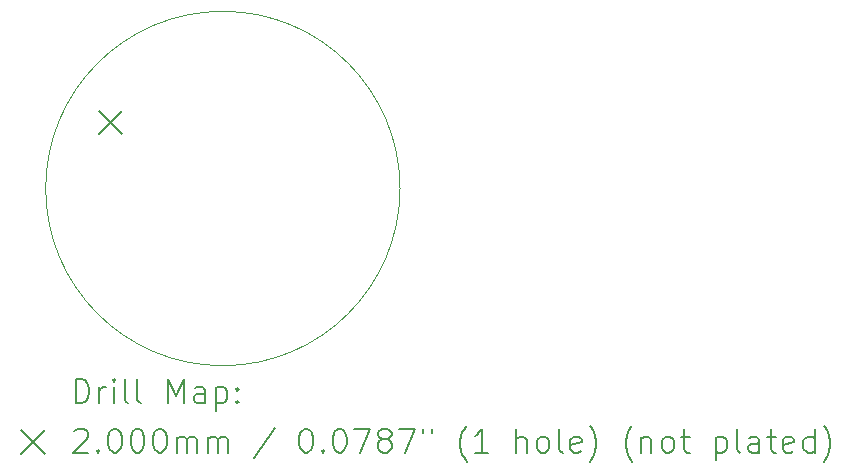
<source format=gbr>
%FSLAX45Y45*%
G04 Gerber Fmt 4.5, Leading zero omitted, Abs format (unit mm)*
G04 Created by KiCad (PCBNEW (6.0.1)) date 2022-03-21 18:16:19*
%MOMM*%
%LPD*%
G01*
G04 APERTURE LIST*
%TA.AperFunction,Profile*%
%ADD10C,0.100000*%
%TD*%
%ADD11C,0.200000*%
G04 APERTURE END LIST*
D10*
X16293000Y-9737179D02*
G75*
G03*
X16293000Y-9737179I-1500000J0D01*
G01*
D11*
X13740500Y-9080000D02*
X13940500Y-9280000D01*
X13940500Y-9080000D02*
X13740500Y-9280000D01*
X13545619Y-11552655D02*
X13545619Y-11352655D01*
X13593238Y-11352655D01*
X13621809Y-11362179D01*
X13640857Y-11381226D01*
X13650381Y-11400274D01*
X13659905Y-11438369D01*
X13659905Y-11466941D01*
X13650381Y-11505036D01*
X13640857Y-11524083D01*
X13621809Y-11543131D01*
X13593238Y-11552655D01*
X13545619Y-11552655D01*
X13745619Y-11552655D02*
X13745619Y-11419322D01*
X13745619Y-11457417D02*
X13755143Y-11438369D01*
X13764667Y-11428845D01*
X13783714Y-11419322D01*
X13802762Y-11419322D01*
X13869428Y-11552655D02*
X13869428Y-11419322D01*
X13869428Y-11352655D02*
X13859905Y-11362179D01*
X13869428Y-11371703D01*
X13878952Y-11362179D01*
X13869428Y-11352655D01*
X13869428Y-11371703D01*
X13993238Y-11552655D02*
X13974190Y-11543131D01*
X13964667Y-11524083D01*
X13964667Y-11352655D01*
X14098000Y-11552655D02*
X14078952Y-11543131D01*
X14069428Y-11524083D01*
X14069428Y-11352655D01*
X14326571Y-11552655D02*
X14326571Y-11352655D01*
X14393238Y-11495512D01*
X14459905Y-11352655D01*
X14459905Y-11552655D01*
X14640857Y-11552655D02*
X14640857Y-11447893D01*
X14631333Y-11428845D01*
X14612286Y-11419322D01*
X14574190Y-11419322D01*
X14555143Y-11428845D01*
X14640857Y-11543131D02*
X14621809Y-11552655D01*
X14574190Y-11552655D01*
X14555143Y-11543131D01*
X14545619Y-11524083D01*
X14545619Y-11505036D01*
X14555143Y-11485988D01*
X14574190Y-11476464D01*
X14621809Y-11476464D01*
X14640857Y-11466941D01*
X14736095Y-11419322D02*
X14736095Y-11619322D01*
X14736095Y-11428845D02*
X14755143Y-11419322D01*
X14793238Y-11419322D01*
X14812286Y-11428845D01*
X14821809Y-11438369D01*
X14831333Y-11457417D01*
X14831333Y-11514560D01*
X14821809Y-11533607D01*
X14812286Y-11543131D01*
X14793238Y-11552655D01*
X14755143Y-11552655D01*
X14736095Y-11543131D01*
X14917048Y-11533607D02*
X14926571Y-11543131D01*
X14917048Y-11552655D01*
X14907524Y-11543131D01*
X14917048Y-11533607D01*
X14917048Y-11552655D01*
X14917048Y-11428845D02*
X14926571Y-11438369D01*
X14917048Y-11447893D01*
X14907524Y-11438369D01*
X14917048Y-11428845D01*
X14917048Y-11447893D01*
X13088000Y-11782179D02*
X13288000Y-11982179D01*
X13288000Y-11782179D02*
X13088000Y-11982179D01*
X13536095Y-11791703D02*
X13545619Y-11782179D01*
X13564667Y-11772655D01*
X13612286Y-11772655D01*
X13631333Y-11782179D01*
X13640857Y-11791703D01*
X13650381Y-11810750D01*
X13650381Y-11829798D01*
X13640857Y-11858369D01*
X13526571Y-11972655D01*
X13650381Y-11972655D01*
X13736095Y-11953607D02*
X13745619Y-11963131D01*
X13736095Y-11972655D01*
X13726571Y-11963131D01*
X13736095Y-11953607D01*
X13736095Y-11972655D01*
X13869428Y-11772655D02*
X13888476Y-11772655D01*
X13907524Y-11782179D01*
X13917048Y-11791703D01*
X13926571Y-11810750D01*
X13936095Y-11848845D01*
X13936095Y-11896464D01*
X13926571Y-11934560D01*
X13917048Y-11953607D01*
X13907524Y-11963131D01*
X13888476Y-11972655D01*
X13869428Y-11972655D01*
X13850381Y-11963131D01*
X13840857Y-11953607D01*
X13831333Y-11934560D01*
X13821809Y-11896464D01*
X13821809Y-11848845D01*
X13831333Y-11810750D01*
X13840857Y-11791703D01*
X13850381Y-11782179D01*
X13869428Y-11772655D01*
X14059905Y-11772655D02*
X14078952Y-11772655D01*
X14098000Y-11782179D01*
X14107524Y-11791703D01*
X14117048Y-11810750D01*
X14126571Y-11848845D01*
X14126571Y-11896464D01*
X14117048Y-11934560D01*
X14107524Y-11953607D01*
X14098000Y-11963131D01*
X14078952Y-11972655D01*
X14059905Y-11972655D01*
X14040857Y-11963131D01*
X14031333Y-11953607D01*
X14021809Y-11934560D01*
X14012286Y-11896464D01*
X14012286Y-11848845D01*
X14021809Y-11810750D01*
X14031333Y-11791703D01*
X14040857Y-11782179D01*
X14059905Y-11772655D01*
X14250381Y-11772655D02*
X14269428Y-11772655D01*
X14288476Y-11782179D01*
X14298000Y-11791703D01*
X14307524Y-11810750D01*
X14317048Y-11848845D01*
X14317048Y-11896464D01*
X14307524Y-11934560D01*
X14298000Y-11953607D01*
X14288476Y-11963131D01*
X14269428Y-11972655D01*
X14250381Y-11972655D01*
X14231333Y-11963131D01*
X14221809Y-11953607D01*
X14212286Y-11934560D01*
X14202762Y-11896464D01*
X14202762Y-11848845D01*
X14212286Y-11810750D01*
X14221809Y-11791703D01*
X14231333Y-11782179D01*
X14250381Y-11772655D01*
X14402762Y-11972655D02*
X14402762Y-11839322D01*
X14402762Y-11858369D02*
X14412286Y-11848845D01*
X14431333Y-11839322D01*
X14459905Y-11839322D01*
X14478952Y-11848845D01*
X14488476Y-11867893D01*
X14488476Y-11972655D01*
X14488476Y-11867893D02*
X14498000Y-11848845D01*
X14517048Y-11839322D01*
X14545619Y-11839322D01*
X14564667Y-11848845D01*
X14574190Y-11867893D01*
X14574190Y-11972655D01*
X14669428Y-11972655D02*
X14669428Y-11839322D01*
X14669428Y-11858369D02*
X14678952Y-11848845D01*
X14698000Y-11839322D01*
X14726571Y-11839322D01*
X14745619Y-11848845D01*
X14755143Y-11867893D01*
X14755143Y-11972655D01*
X14755143Y-11867893D02*
X14764667Y-11848845D01*
X14783714Y-11839322D01*
X14812286Y-11839322D01*
X14831333Y-11848845D01*
X14840857Y-11867893D01*
X14840857Y-11972655D01*
X15231333Y-11763131D02*
X15059905Y-12020274D01*
X15488476Y-11772655D02*
X15507524Y-11772655D01*
X15526571Y-11782179D01*
X15536095Y-11791703D01*
X15545619Y-11810750D01*
X15555143Y-11848845D01*
X15555143Y-11896464D01*
X15545619Y-11934560D01*
X15536095Y-11953607D01*
X15526571Y-11963131D01*
X15507524Y-11972655D01*
X15488476Y-11972655D01*
X15469428Y-11963131D01*
X15459905Y-11953607D01*
X15450381Y-11934560D01*
X15440857Y-11896464D01*
X15440857Y-11848845D01*
X15450381Y-11810750D01*
X15459905Y-11791703D01*
X15469428Y-11782179D01*
X15488476Y-11772655D01*
X15640857Y-11953607D02*
X15650381Y-11963131D01*
X15640857Y-11972655D01*
X15631333Y-11963131D01*
X15640857Y-11953607D01*
X15640857Y-11972655D01*
X15774190Y-11772655D02*
X15793238Y-11772655D01*
X15812286Y-11782179D01*
X15821809Y-11791703D01*
X15831333Y-11810750D01*
X15840857Y-11848845D01*
X15840857Y-11896464D01*
X15831333Y-11934560D01*
X15821809Y-11953607D01*
X15812286Y-11963131D01*
X15793238Y-11972655D01*
X15774190Y-11972655D01*
X15755143Y-11963131D01*
X15745619Y-11953607D01*
X15736095Y-11934560D01*
X15726571Y-11896464D01*
X15726571Y-11848845D01*
X15736095Y-11810750D01*
X15745619Y-11791703D01*
X15755143Y-11782179D01*
X15774190Y-11772655D01*
X15907524Y-11772655D02*
X16040857Y-11772655D01*
X15955143Y-11972655D01*
X16145619Y-11858369D02*
X16126571Y-11848845D01*
X16117048Y-11839322D01*
X16107524Y-11820274D01*
X16107524Y-11810750D01*
X16117048Y-11791703D01*
X16126571Y-11782179D01*
X16145619Y-11772655D01*
X16183714Y-11772655D01*
X16202762Y-11782179D01*
X16212286Y-11791703D01*
X16221809Y-11810750D01*
X16221809Y-11820274D01*
X16212286Y-11839322D01*
X16202762Y-11848845D01*
X16183714Y-11858369D01*
X16145619Y-11858369D01*
X16126571Y-11867893D01*
X16117048Y-11877417D01*
X16107524Y-11896464D01*
X16107524Y-11934560D01*
X16117048Y-11953607D01*
X16126571Y-11963131D01*
X16145619Y-11972655D01*
X16183714Y-11972655D01*
X16202762Y-11963131D01*
X16212286Y-11953607D01*
X16221809Y-11934560D01*
X16221809Y-11896464D01*
X16212286Y-11877417D01*
X16202762Y-11867893D01*
X16183714Y-11858369D01*
X16288476Y-11772655D02*
X16421809Y-11772655D01*
X16336095Y-11972655D01*
X16488476Y-11772655D02*
X16488476Y-11810750D01*
X16564667Y-11772655D02*
X16564667Y-11810750D01*
X16859905Y-12048845D02*
X16850381Y-12039322D01*
X16831333Y-12010750D01*
X16821810Y-11991703D01*
X16812286Y-11963131D01*
X16802762Y-11915512D01*
X16802762Y-11877417D01*
X16812286Y-11829798D01*
X16821810Y-11801226D01*
X16831333Y-11782179D01*
X16850381Y-11753607D01*
X16859905Y-11744083D01*
X17040857Y-11972655D02*
X16926571Y-11972655D01*
X16983714Y-11972655D02*
X16983714Y-11772655D01*
X16964667Y-11801226D01*
X16945619Y-11820274D01*
X16926571Y-11829798D01*
X17278952Y-11972655D02*
X17278952Y-11772655D01*
X17364667Y-11972655D02*
X17364667Y-11867893D01*
X17355143Y-11848845D01*
X17336095Y-11839322D01*
X17307524Y-11839322D01*
X17288476Y-11848845D01*
X17278952Y-11858369D01*
X17488476Y-11972655D02*
X17469429Y-11963131D01*
X17459905Y-11953607D01*
X17450381Y-11934560D01*
X17450381Y-11877417D01*
X17459905Y-11858369D01*
X17469429Y-11848845D01*
X17488476Y-11839322D01*
X17517048Y-11839322D01*
X17536095Y-11848845D01*
X17545619Y-11858369D01*
X17555143Y-11877417D01*
X17555143Y-11934560D01*
X17545619Y-11953607D01*
X17536095Y-11963131D01*
X17517048Y-11972655D01*
X17488476Y-11972655D01*
X17669429Y-11972655D02*
X17650381Y-11963131D01*
X17640857Y-11944083D01*
X17640857Y-11772655D01*
X17821810Y-11963131D02*
X17802762Y-11972655D01*
X17764667Y-11972655D01*
X17745619Y-11963131D01*
X17736095Y-11944083D01*
X17736095Y-11867893D01*
X17745619Y-11848845D01*
X17764667Y-11839322D01*
X17802762Y-11839322D01*
X17821810Y-11848845D01*
X17831333Y-11867893D01*
X17831333Y-11886941D01*
X17736095Y-11905988D01*
X17898000Y-12048845D02*
X17907524Y-12039322D01*
X17926571Y-12010750D01*
X17936095Y-11991703D01*
X17945619Y-11963131D01*
X17955143Y-11915512D01*
X17955143Y-11877417D01*
X17945619Y-11829798D01*
X17936095Y-11801226D01*
X17926571Y-11782179D01*
X17907524Y-11753607D01*
X17898000Y-11744083D01*
X18259905Y-12048845D02*
X18250381Y-12039322D01*
X18231333Y-12010750D01*
X18221810Y-11991703D01*
X18212286Y-11963131D01*
X18202762Y-11915512D01*
X18202762Y-11877417D01*
X18212286Y-11829798D01*
X18221810Y-11801226D01*
X18231333Y-11782179D01*
X18250381Y-11753607D01*
X18259905Y-11744083D01*
X18336095Y-11839322D02*
X18336095Y-11972655D01*
X18336095Y-11858369D02*
X18345619Y-11848845D01*
X18364667Y-11839322D01*
X18393238Y-11839322D01*
X18412286Y-11848845D01*
X18421810Y-11867893D01*
X18421810Y-11972655D01*
X18545619Y-11972655D02*
X18526571Y-11963131D01*
X18517048Y-11953607D01*
X18507524Y-11934560D01*
X18507524Y-11877417D01*
X18517048Y-11858369D01*
X18526571Y-11848845D01*
X18545619Y-11839322D01*
X18574190Y-11839322D01*
X18593238Y-11848845D01*
X18602762Y-11858369D01*
X18612286Y-11877417D01*
X18612286Y-11934560D01*
X18602762Y-11953607D01*
X18593238Y-11963131D01*
X18574190Y-11972655D01*
X18545619Y-11972655D01*
X18669429Y-11839322D02*
X18745619Y-11839322D01*
X18698000Y-11772655D02*
X18698000Y-11944083D01*
X18707524Y-11963131D01*
X18726571Y-11972655D01*
X18745619Y-11972655D01*
X18964667Y-11839322D02*
X18964667Y-12039322D01*
X18964667Y-11848845D02*
X18983714Y-11839322D01*
X19021810Y-11839322D01*
X19040857Y-11848845D01*
X19050381Y-11858369D01*
X19059905Y-11877417D01*
X19059905Y-11934560D01*
X19050381Y-11953607D01*
X19040857Y-11963131D01*
X19021810Y-11972655D01*
X18983714Y-11972655D01*
X18964667Y-11963131D01*
X19174190Y-11972655D02*
X19155143Y-11963131D01*
X19145619Y-11944083D01*
X19145619Y-11772655D01*
X19336095Y-11972655D02*
X19336095Y-11867893D01*
X19326571Y-11848845D01*
X19307524Y-11839322D01*
X19269429Y-11839322D01*
X19250381Y-11848845D01*
X19336095Y-11963131D02*
X19317048Y-11972655D01*
X19269429Y-11972655D01*
X19250381Y-11963131D01*
X19240857Y-11944083D01*
X19240857Y-11925036D01*
X19250381Y-11905988D01*
X19269429Y-11896464D01*
X19317048Y-11896464D01*
X19336095Y-11886941D01*
X19402762Y-11839322D02*
X19478952Y-11839322D01*
X19431333Y-11772655D02*
X19431333Y-11944083D01*
X19440857Y-11963131D01*
X19459905Y-11972655D01*
X19478952Y-11972655D01*
X19621810Y-11963131D02*
X19602762Y-11972655D01*
X19564667Y-11972655D01*
X19545619Y-11963131D01*
X19536095Y-11944083D01*
X19536095Y-11867893D01*
X19545619Y-11848845D01*
X19564667Y-11839322D01*
X19602762Y-11839322D01*
X19621810Y-11848845D01*
X19631333Y-11867893D01*
X19631333Y-11886941D01*
X19536095Y-11905988D01*
X19802762Y-11972655D02*
X19802762Y-11772655D01*
X19802762Y-11963131D02*
X19783714Y-11972655D01*
X19745619Y-11972655D01*
X19726571Y-11963131D01*
X19717048Y-11953607D01*
X19707524Y-11934560D01*
X19707524Y-11877417D01*
X19717048Y-11858369D01*
X19726571Y-11848845D01*
X19745619Y-11839322D01*
X19783714Y-11839322D01*
X19802762Y-11848845D01*
X19878952Y-12048845D02*
X19888476Y-12039322D01*
X19907524Y-12010750D01*
X19917048Y-11991703D01*
X19926571Y-11963131D01*
X19936095Y-11915512D01*
X19936095Y-11877417D01*
X19926571Y-11829798D01*
X19917048Y-11801226D01*
X19907524Y-11782179D01*
X19888476Y-11753607D01*
X19878952Y-11744083D01*
M02*

</source>
